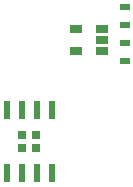
<source format=gbr>
G04 #@! TF.GenerationSoftware,KiCad,Pcbnew,(5.0.0-rc2-dev-668-g07e7340a9)*
G04 #@! TF.CreationDate,2019-04-05T10:17:21-04:00*
G04 #@! TF.ProjectId,MagLev,4D61674C65762E6B696361645F706362,rev?*
G04 #@! TF.SameCoordinates,Original*
G04 #@! TF.FileFunction,Paste,Top*
G04 #@! TF.FilePolarity,Positive*
%FSLAX46Y46*%
G04 Gerber Fmt 4.6, Leading zero omitted, Abs format (unit mm)*
G04 Created by KiCad (PCBNEW (5.0.0-rc2-dev-668-g07e7340a9)) date 04/05/19 10:17:21*
%MOMM*%
%LPD*%
G01*
G04 APERTURE LIST*
%ADD10R,0.900000X0.500000*%
%ADD11R,1.060000X0.650000*%
%ADD12R,0.600000X1.550000*%
%ADD13R,0.705000X0.705000*%
G04 APERTURE END LIST*
D10*
X161200000Y-94250000D03*
X161200000Y-95750000D03*
X161200000Y-92750000D03*
X161200000Y-91250000D03*
D11*
X159300000Y-94950000D03*
X159300000Y-94000000D03*
X159300000Y-93050000D03*
X157100000Y-93050000D03*
X157100000Y-94950000D03*
D12*
X155005000Y-99900000D03*
X153735000Y-99900000D03*
X152465000Y-99900000D03*
X151195000Y-99900000D03*
X151195000Y-105300000D03*
X152465000Y-105300000D03*
X153735000Y-105300000D03*
X155005000Y-105300000D03*
D13*
X152512500Y-103187500D03*
X153687500Y-103187500D03*
X152512500Y-102012500D03*
X153687500Y-102012500D03*
M02*

</source>
